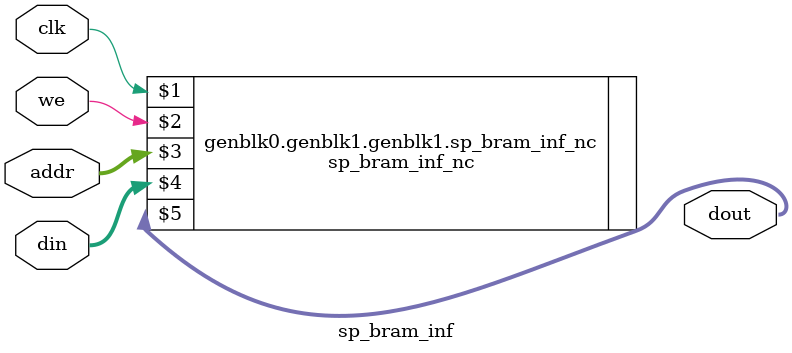
<source format=v>

module sp_bram_inf
    (
     clk,
     we,
     addr,
     din,
     dout
     );

////////////////////////////////////////////////////////////////////////////////
// Parameter declarations
parameter           G_ADDR  = 6;
parameter           G_WIDTH = 16;
parameter           G_MODE  = "NO_CHANGE";   // READ_FIRST, WRITE_FIRST, NO_CHANGE

////////////////////////////////////////////////////////////////////////////////
// Port declarations
input                clk;
input                we;
input [G_ADDR-1:0]   addr;
input [G_WIDTH-1:0]  din;
output [G_WIDTH-1:0] dout;

////////////////////////////////////////////////////////////////////////////////
// Local logic and instantiation

generate
    begin
    if (G_MODE == "READ_FIRST")
        sp_bram_inf_rf #(G_ADDR, G_WIDTH) sp_bram_inf_rf(clk, we, addr, din, dout);
    else if (G_MODE == "WRITE_FIRST")
        sp_bram_inf_wf #(G_ADDR, G_WIDTH) sp_bram_inf_wf(clk, we, addr, din, dout);
    else // (G_MODE == "NO_CHANGE")
        sp_bram_inf_nc #(G_ADDR, G_WIDTH) sp_bram_inf_nc(clk, we, addr, din, dout);
    end 
endgenerate

endmodule 

</source>
